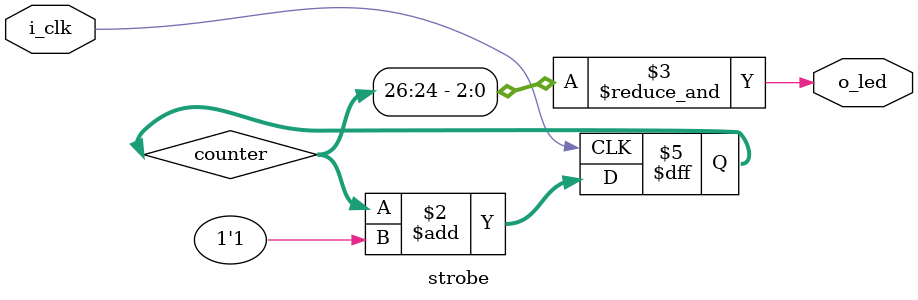
<source format=v>
`default_nettype none

parameter WIDTH = 27;

module strobe( 
                input wire i_clk, 
                output wire o_led 
             );

    reg [WIDTH-1:0]counter;
    
    initial counter = 0;

    always @(posedge i_clk) begin
        counter <= counter + 1'b1;        
    end

    assign o_led = &counter[WIDTH-1:WIDTH-3];
endmodule
</source>
